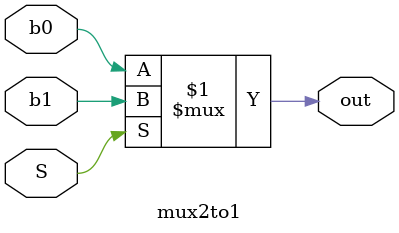
<source format=v>
`timescale 1ns / 1ps

module shiftRegister(
		input CLK,
		input [7:0] data, // new incoming bits to write in parallel
		input RW, // Read (shift bits out) is 0, Write (write data bits) is 1
		output out
    );

	reg [7:0] D;

	wire[7:0] bitQ;
	wire[7:0] bitD;
    assign bitQ[0] = 1'b0;

    genvar i;

    generate
        for(i = 0; i < 7; i = i+1)
            begin:bits
                dflipflop d(1'b1,CLK, bitD[i], bitQ[i+1]);
        end

        for(i = 0; i < 7; i = i+1)
            begin:bitSelects
                mux2to1 m(data[i],bitQ[i], RW, bitD[i]);
        end
    endgenerate


endmodule


module mux2to1(
	input b1,
	input b0,
	input S,
	output out
	);

	assign out = S ? b1 : b0;


endmodule
</source>
